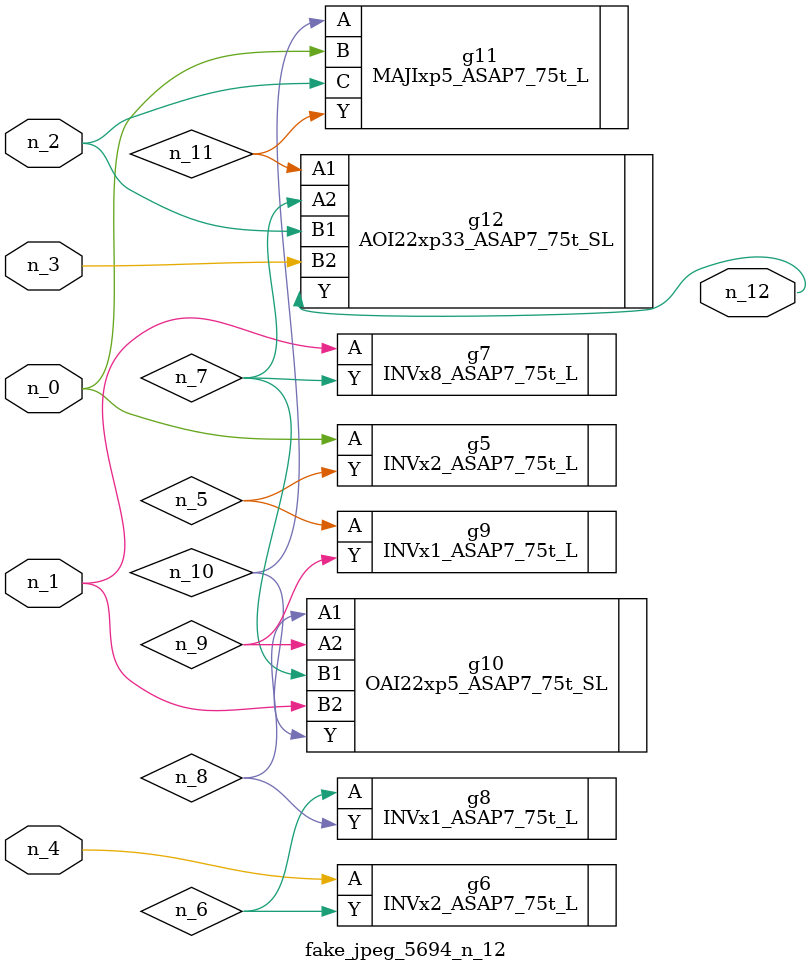
<source format=v>
module fake_jpeg_5694_n_12 (n_3, n_2, n_1, n_0, n_4, n_12);

input n_3;
input n_2;
input n_1;
input n_0;
input n_4;

output n_12;

wire n_11;
wire n_10;
wire n_8;
wire n_9;
wire n_6;
wire n_5;
wire n_7;

INVx2_ASAP7_75t_L g5 ( 
.A(n_0),
.Y(n_5)
);

INVx2_ASAP7_75t_L g6 ( 
.A(n_4),
.Y(n_6)
);

INVx8_ASAP7_75t_L g7 ( 
.A(n_1),
.Y(n_7)
);

INVx1_ASAP7_75t_L g8 ( 
.A(n_6),
.Y(n_8)
);

OAI22xp5_ASAP7_75t_SL g10 ( 
.A1(n_8),
.A2(n_9),
.B1(n_7),
.B2(n_1),
.Y(n_10)
);

INVx1_ASAP7_75t_L g9 ( 
.A(n_5),
.Y(n_9)
);

MAJIxp5_ASAP7_75t_L g11 ( 
.A(n_10),
.B(n_0),
.C(n_2),
.Y(n_11)
);

AOI22xp33_ASAP7_75t_SL g12 ( 
.A1(n_11),
.A2(n_7),
.B1(n_2),
.B2(n_3),
.Y(n_12)
);


endmodule
</source>
